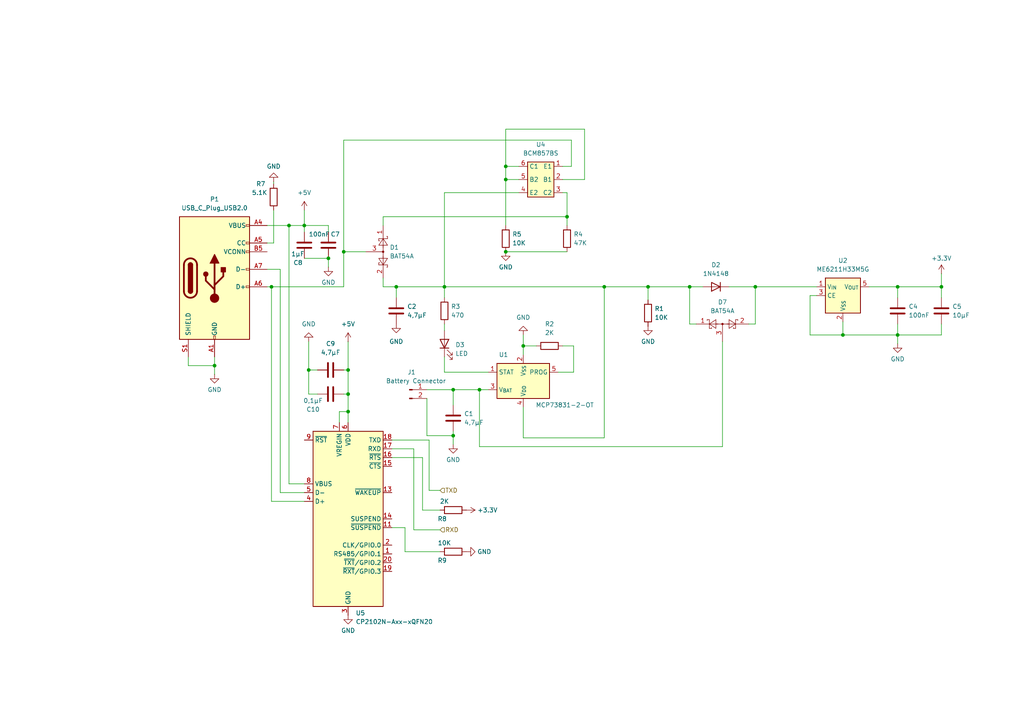
<source format=kicad_sch>
(kicad_sch (version 20231120) (generator "eeschema") (generator_version "8.0")
  (paper "A4")
  (lib_symbols
    (symbol "Battery_Management:MCP73831-2-OT"
      (property "Reference" "U" (at -7.62 6.35 0))
      (property "Value" "MCP73831-2-OT" (at 1.27 6.35 0))
      (symbol "MCP73831-2-OT_0_1"
        (rectangle (start -7.62 5.08) (end 7.62 -5.08) (stroke (width 0.254)) (fill (type background)))
      )
      (symbol "MCP73831-2-OT_1_1"
        (pin tri_state line (at 10.16 -2.54 180) (length 2.54) (name "STAT") (number "1"))
        (pin power_in line (at 0 -7.62 90) (length 2.54) (name "V_{SS}") (number "2"))
        (pin power_out line (at 10.16 2.54 180) (length 2.54) (name "V_{BAT}") (number "3"))
        (pin power_in line (at 0 7.62 270) (length 2.54) (name "V_{DD}") (number "4"))
        (pin input line (at -10.16 -2.54 0) (length 2.54) (name "PROG") (number "5"))
      )
    )
    (symbol "Connector:Conn_01x02_Pin" (pin_names (offset 1.016) hide)
      (property "Reference" "J" (at 0 2.54 0))
      (property "Value" "Conn_01x02_Pin" (at 0 -5.08 0))
      (symbol "Conn_01x02_Pin_1_1"
        (polyline (pts (xy 1.27 -2.54) (xy 0.8636 -2.54)) (stroke (width 0.1524)))
        (polyline (pts (xy 1.27 0) (xy 0.8636 0)) (stroke (width 0.1524)))
        (rectangle (start 0.8636 -2.413) (end 0 -2.667) (stroke (width 0.1524)) (fill (type outline)))
        (rectangle (start 0.8636 0.127) (end 0 -0.127) (stroke (width 0.1524)) (fill (type outline)))
        (pin passive line (at 5.08 0 180) (length 3.81) (name "Pin_1") (number "1"))
        (pin passive line (at 5.08 -2.54 180) (length 3.81) (name "Pin_2") (number "2"))
      )
    )
    (symbol "Connector:USB_C_Plug_USB2.0" (pin_names (offset 1.016))
      (property "Reference" "P" (at -10.16 19.05 0))
      (property "Value" "USB_C_Plug_USB2.0" (at 12.7 19.05 0))
      (symbol "USB_C_Plug_USB2.0_0_0"
        (rectangle (start -0.254 -17.78) (end 0.254 -16.764))
        (rectangle (start 10.16 -2.286) (end 9.144 -2.794))
        (rectangle (start 10.16 2.794) (end 9.144 2.286))
        (rectangle (start 10.16 7.874) (end 9.144 7.366))
        (rectangle (start 10.16 10.414) (end 9.144 9.906))
        (rectangle (start 10.16 15.494) (end 9.144 14.986))
      )
      (symbol "USB_C_Plug_USB2.0_0_1"
        (rectangle (start -10.16 17.78) (end 10.16 -17.78) (stroke (width 0.254)) (fill (type background)))
        (arc (start -8.89 -3.81) (mid -6.985 -5.7067) (end -5.08 -3.81) (stroke (width 0.508)))
        (arc (start -7.62 -3.81) (mid -6.985 -4.4423) (end -6.35 -3.81) (stroke (width 0.254)))
        (arc (start -7.62 -3.81) (mid -6.985 -4.4423) (end -6.35 -3.81) (stroke (width 0.254)) (fill (type outline)))
        (rectangle (start -7.62 -3.81) (end -6.35 3.81) (stroke (width 0.254)) (fill (type outline)))
        (arc (start -6.35 3.81) (mid -6.985 4.4423) (end -7.62 3.81) (stroke (width 0.254)))
        (arc (start -6.35 3.81) (mid -6.985 4.4423) (end -7.62 3.81) (stroke (width 0.254)) (fill (type outline)))
        (arc (start -5.08 3.81) (mid -6.985 5.7067) (end -8.89 3.81) (stroke (width 0.508)))
        (circle (center -2.54 1.143) (radius 0.635) (stroke (width 0.254)) (fill (type outline)))
        (circle (center 0 -5.842) (radius 1.27) (fill (type outline)))
        (polyline (pts (xy -8.89 -3.81) (xy -8.89 3.81)) (stroke (width 0.508)))
        (polyline (pts (xy -5.08 3.81) (xy -5.08 -3.81)) (stroke (width 0.508)))
        (polyline (pts (xy 0 -5.842) (xy 0 4.318)) (stroke (width 0.508)))
        (polyline (pts (xy 0 -3.302) (xy -2.54 -0.762) (xy -2.54 0.508)) (stroke (width 0.508)))
        (polyline (pts (xy 0 -2.032) (xy 2.54 0.508) (xy 2.54 1.778)) (stroke (width 0.508)))
        (polyline (pts (xy -1.27 4.318) (xy 0 6.858) (xy 1.27 4.318) (xy -1.27 4.318)) (stroke (width 0.254)) (fill (type outline)))
        (rectangle (start 1.905 1.778) (end 3.175 3.048) (stroke (width 0.254)) (fill (type outline)))
      )
      (symbol "USB_C_Plug_USB2.0_1_1"
        (pin passive line (at 0 -22.86 90) (length 5.08) (name "GND") (number "A1"))
        (pin passive line (at 0 -22.86 90) (length 5.08) hide (name "GND") (number "A12"))
        (pin passive line (at 15.24 15.24 180) (length 5.08) (name "VBUS") (number "A4"))
        (pin bidirectional line (at 15.24 10.16 180) (length 5.08) (name "CC") (number "A5"))
        (pin bidirectional line (at 15.24 -2.54 180) (length 5.08) (name "D+") (number "A6"))
        (pin bidirectional line (at 15.24 2.54 180) (length 5.08) (name "D-") (number "A7"))
        (pin passive line (at 15.24 15.24 180) (length 5.08) hide (name "VBUS") (number "A9"))
        (pin passive line (at 0 -22.86 90) (length 5.08) hide (name "GND") (number "B1"))
        (pin passive line (at 0 -22.86 90) (length 5.08) hide (name "GND") (number "B12"))
        (pin passive line (at 15.24 15.24 180) (length 5.08) hide (name "VBUS") (number "B4"))
        (pin bidirectional line (at 15.24 7.62 180) (length 5.08) (name "VCONN") (number "B5"))
        (pin passive line (at 15.24 15.24 180) (length 5.08) hide (name "VBUS") (number "B9"))
        (pin passive line (at -7.62 -22.86 90) (length 5.08) (name "SHIELD") (number "S1"))
      )
    )
    (symbol "Device:C" (pin_numbers hide) (pin_names (offset 0.254))
      (property "Reference" "C" (at 0.635 2.54 0))
      (property "Value" "C" (at 0.635 -2.54 0))
      (symbol "C_0_1"
        (polyline (pts (xy -2.032 -0.762) (xy 2.032 -0.762)) (stroke (width 0.508)))
        (polyline (pts (xy -2.032 0.762) (xy 2.032 0.762)) (stroke (width 0.508)))
      )
      (symbol "C_1_1"
        (pin passive line (at 0 3.81 270) (length 2.794) (name "~") (number "1"))
        (pin passive line (at 0 -3.81 90) (length 2.794) (name "~") (number "2"))
      )
    )
    (symbol "Device:LED" (pin_numbers hide) (pin_names (offset 1.016) hide)
      (property "Reference" "D" (at 0 2.54 0))
      (property "Value" "LED" (at 0 -2.54 0))
      (symbol "LED_0_1"
        (polyline (pts (xy -1.27 -1.27) (xy -1.27 1.27)) (stroke (width 0.254)))
        (polyline (pts (xy -1.27 0) (xy 1.27 0)))
        (polyline (pts (xy 1.27 -1.27) (xy 1.27 1.27) (xy -1.27 0) (xy 1.27 -1.27)) (stroke (width 0.254)))
        (polyline (pts (xy -3.048 -0.762) (xy -4.572 -2.286) (xy -3.81 -2.286) (xy -4.572 -2.286) (xy -4.572 -1.524)))
        (polyline (pts (xy -1.778 -0.762) (xy -3.302 -2.286) (xy -2.54 -2.286) (xy -3.302 -2.286) (xy -3.302 -1.524)))
      )
      (symbol "LED_1_1"
        (pin passive line (at -3.81 0 0) (length 2.54) (name "K") (number "1"))
        (pin passive line (at 3.81 0 180) (length 2.54) (name "A") (number "2"))
      )
    )
    (symbol "Device:R" (pin_numbers hide) (pin_names (offset 0))
      (property "Reference" "R" (at 2.032 0 90))
      (property "Value" "R" (at 0 0 90))
      (symbol "R_0_1"
        (rectangle (start -1.016 -2.54) (end 1.016 2.54) (stroke (width 0.254)))
      )
      (symbol "R_1_1"
        (pin passive line (at 0 3.81 270) (length 1.27) (name "~") (number "1"))
        (pin passive line (at 0 -3.81 90) (length 1.27) (name "~") (number "2"))
      )
    )
    (symbol "Diode:1N4148" (pin_numbers hide) (pin_names hide)
      (property "Reference" "D" (at 0 2.54 0))
      (property "Value" "1N4148" (at 0 -2.54 0))
      (symbol "1N4148_0_1"
        (polyline (pts (xy -1.27 1.27) (xy -1.27 -1.27)) (stroke (width 0.254)))
        (polyline (pts (xy 1.27 0) (xy -1.27 0)))
        (polyline (pts (xy 1.27 1.27) (xy 1.27 -1.27) (xy -1.27 0) (xy 1.27 1.27)) (stroke (width 0.254)))
      )
      (symbol "1N4148_1_1"
        (pin passive line (at -3.81 0 0) (length 2.54) (name "K") (number "1"))
        (pin passive line (at 3.81 0 180) (length 2.54) (name "A") (number "2"))
      )
    )
    (symbol "Diode:BAT54A" (pin_names (offset 1.016))
      (property "Reference" "D" (at 0.635 -3.81 0))
      (property "Value" "BAT54A" (at -6.35 3.175 0))
      (symbol "BAT54A_0_1"
        (polyline (pts (xy -4.445 1.27) (xy -4.445 1.016)))
        (polyline (pts (xy -3.81 -1.27) (xy -3.81 1.27)))
        (polyline (pts (xy -3.81 -1.27) (xy -3.175 -1.27)))
        (polyline (pts (xy -3.81 0) (xy -1.27 0)))
        (polyline (pts (xy -3.81 1.27) (xy -4.445 1.27)))
        (polyline (pts (xy -3.175 -1.27) (xy -3.175 -1.016)))
        (polyline (pts (xy -1.905 0) (xy 1.905 0)))
        (polyline (pts (xy 1.27 0) (xy 3.81 0)))
        (polyline (pts (xy 3.175 -1.27) (xy 3.175 -1.016)))
        (polyline (pts (xy 3.81 -1.27) (xy 3.175 -1.27)))
        (polyline (pts (xy 3.81 -1.27) (xy 3.81 1.27)))
        (polyline (pts (xy 3.81 1.27) (xy 4.445 1.27)))
        (polyline (pts (xy 4.445 1.27) (xy 4.445 1.016)))
        (polyline (pts (xy -1.905 1.27) (xy -1.905 -1.27) (xy -3.81 0) (xy -1.905 1.27)))
        (polyline (pts (xy 1.905 1.27) (xy 1.905 -1.27) (xy 3.81 0) (xy 1.905 1.27)))
        (circle (center 0 0) (radius 0.254) (fill (type outline)))
      )
      (symbol "BAT54A_1_1"
        (pin passive line (at -7.62 0 0) (length 3.81) (name "~") (number "1"))
        (pin passive line (at 7.62 0 180) (length 3.81) (name "~") (number "2"))
        (pin passive line (at 0 -5.08 90) (length 5.08) (name "~") (number "3"))
      )
    )
    (symbol "Interface_USB:CP2102N-Axx-xQFN20"
      (property "Reference" "U" (at -8.89 26.67 0))
      (property "Value" "CP2102N-Axx-xQFN20" (at 12.7 26.67 0))
      (symbol "CP2102N-Axx-xQFN20_0_1"
        (rectangle (start -10.16 25.4) (end 10.16 -25.4) (stroke (width 0.254)) (fill (type background)))
      )
      (symbol "CP2102N-Axx-xQFN20_1_1"
        (pin bidirectional line (at 12.7 -10.16 180) (length 2.54) (name "RS485/GPIO.1") (number "1"))
        (pin no_connect line (at -10.16 -22.86 0) (length 2.54) hide (name "NC") (number "10"))
        (pin output line (at 12.7 -2.54 180) (length 2.54) (name "~{SUSPEND}") (number "11"))
        (pin passive line (at 0 -27.94 90) (length 2.54) hide (name "GND") (number "12"))
        (pin input line (at 12.7 7.62 180) (length 2.54) (name "~{WAKEUP}") (number "13"))
        (pin output line (at 12.7 0 180) (length 2.54) (name "SUSPEND") (number "14"))
        (pin input line (at 12.7 15.24 180) (length 2.54) (name "~{CTS}") (number "15"))
        (pin output line (at 12.7 17.78 180) (length 2.54) (name "~{RTS}") (number "16"))
        (pin input line (at 12.7 20.32 180) (length 2.54) (name "RXD") (number "17"))
        (pin output line (at 12.7 22.86 180) (length 2.54) (name "TXD") (number "18"))
        (pin bidirectional line (at 12.7 -15.24 180) (length 2.54) (name "~{RXT}/GPIO.3") (number "19"))
        (pin bidirectional line (at 12.7 -7.62 180) (length 2.54) (name "CLK/GPIO.0") (number "2"))
        (pin bidirectional line (at 12.7 -12.7 180) (length 2.54) (name "~{TXT}/GPIO.2") (number "20"))
        (pin passive line (at 0 -27.94 90) (length 2.54) hide (name "GND") (number "21"))
        (pin power_in line (at 0 -27.94 90) (length 2.54) (name "GND") (number "3"))
        (pin bidirectional line (at -12.7 5.08 0) (length 2.54) (name "D+") (number "4"))
        (pin bidirectional line (at -12.7 7.62 0) (length 2.54) (name "D-") (number "5"))
        (pin power_in line (at 0 27.94 270) (length 2.54) (name "VDD") (number "6"))
        (pin power_in line (at -2.54 27.94 270) (length 2.54) (name "VREGIN") (number "7"))
        (pin input line (at -12.7 10.16 0) (length 2.54) (name "VBUS") (number "8"))
        (pin input line (at -12.7 22.86 0) (length 2.54) (name "~{RST}") (number "9"))
      )
    )
    (symbol "Regulator_Linear:ME6211C33M5"
      (property "Reference" "U" (at -4.572 6.35 0))
      (property "Value" "ME6211C33M5" (at 10.16 8.636 0))
      (symbol "ME6211C33M5_1_1"
        (rectangle (start -5.08 5.08) (end 5.08 -5.08) (stroke (width 0.254)) (fill (type background)))
        (pin power_in line (at -7.62 2.54 0) (length 2.54) (name "V_{IN}") (number "1"))
        (pin power_in line (at 0 -7.62 90) (length 2.54) (name "V_{SS}") (number "2"))
        (pin input line (at -7.62 0 0) (length 2.54) (name "CE") (number "3"))
        (pin no_connect line (at 5.08 0 180) (length 2.54) hide (name "NC") (number "4"))
        (pin power_out line (at 7.62 2.54 180) (length 2.54) (name "V_{OUT}") (number "5"))
      )
    )
    (symbol "esp32-clock:BCM857BS"
      (property "Reference" "U" (at -1.524 9.398 0))
      (property "Value" "BCM857BS" (at 0.254 6.858 0))
      (symbol "BCM857BS_0_1"
        (rectangle (start -3.81 5.08) (end 3.81 -5.08) (stroke (width 0.254)) (fill (type background)))
      )
      (symbol "BCM857BS_1_1"
        (pin output line (at 6.35 3.81 180) (length 2.54) (name "E1") (number "1"))
        (pin input line (at 6.35 0 180) (length 2.54) (name "B1") (number "2"))
        (pin input line (at 6.35 -3.81 180) (length 2.54) (name "C2") (number "3"))
        (pin output line (at -6.35 -3.81 0) (length 2.54) (name "E2") (number "4"))
        (pin input line (at -6.35 0 0) (length 2.54) (name "B2") (number "5"))
        (pin input line (at -6.35 3.81 0) (length 2.54) (name "C1") (number "6"))
      )
    )
    (symbol "power:+3.3V" (power) (pin_numbers hide) (pin_names (offset 0) hide)
      (property "Value" "+3.3V" (at 0 3.556 0))
      (symbol "+3.3V_0_1"
        (polyline (pts (xy -0.762 1.27) (xy 0 2.54)))
        (polyline (pts (xy 0 0) (xy 0 2.54)))
        (polyline (pts (xy 0 2.54) (xy 0.762 1.27)))
      )
      (symbol "+3.3V_1_1"
        (pin power_in line (at 0 0 90) (length 0) (name "~") (number "1"))
      )
    )
    (symbol "power:+5V" (power) (pin_numbers hide) (pin_names (offset 0) hide)
      (property "Value" "+5V" (at 0 3.556 0))
      (symbol "+5V_0_1"
        (polyline (pts (xy -0.762 1.27) (xy 0 2.54)))
        (polyline (pts (xy 0 0) (xy 0 2.54)))
        (polyline (pts (xy 0 2.54) (xy 0.762 1.27)))
      )
      (symbol "+5V_1_1"
        (pin power_in line (at 0 0 90) (length 0) (name "~") (number "1"))
      )
    )
    (symbol "power:GND" (power) (pin_numbers hide) (pin_names (offset 0) hide)
      (property "Value" "GND" (at 0 -3.81 0))
      (symbol "GND_0_1"
        (polyline (pts (xy 0 0) (xy 0 -1.27) (xy 1.27 -1.27) (xy 0 -2.54) (xy -1.27 -1.27) (xy 0 -1.27)))
      )
      (symbol "GND_1_1"
        (pin power_in line (at 0 0 270) (length 0) (name "~") (number "1"))
      )
    )
  )
  (junction (at 273.05 83.185))
  (junction (at 83.82 65.405))
  (junction (at 151.765 100.33))
  (junction (at 175.26 83.185))
  (junction (at 200.025 83.185))
  (junction (at 114.935 83.185))
  (junction (at 99.695 73.025))
  (junction (at 95.25 74.93))
  (junction (at 78.74 83.185))
  (junction (at 244.475 97.155))
  (junction (at 139.065 113.03))
  (junction (at 100.965 119.38))
  (junction (at 219.075 83.185))
  (junction (at 146.685 48.26))
  (junction (at 131.445 113.03))
  (junction (at 146.685 73.025))
  (junction (at 260.35 97.155))
  (junction (at 131.445 126.365))
  (junction (at 128.905 83.185))
  (junction (at 89.535 107.315))
  (junction (at 260.35 83.185))
  (junction (at 187.96 83.185))
  (junction (at 146.685 52.07))
  (junction (at 88.265 65.405))
  (junction (at 62.23 106.045))
  (junction (at 100.965 114.3))
  (junction (at 100.965 107.315))
  (junction (at 164.465 62.865))
  (wire (pts (xy 99.695 114.3) (xy 100.965 114.3)))
  (wire (pts (xy 146.685 52.07) (xy 150.495 52.07)))
  (wire (pts (xy 131.445 113.03) (xy 139.065 113.03)))
  (wire (pts (xy 260.35 83.185) (xy 273.05 83.185)))
  (wire (pts (xy 88.265 142.875) (xy 81.28 142.875)))
  (wire (pts (xy 111.125 83.185) (xy 111.125 80.645)))
  (wire (pts (xy 131.445 126.365) (xy 131.445 125.095)))
  (wire (pts (xy 163.195 52.07) (xy 169.545 52.07)))
  (wire (pts (xy 95.25 74.93) (xy 95.25 77.47)))
  (wire (pts (xy 99.695 73.025) (xy 99.695 83.185)))
  (wire (pts (xy 201.93 93.98) (xy 200.025 93.98)))
  (wire (pts (xy 99.695 107.315) (xy 100.965 107.315)))
  (wire (pts (xy 88.265 60.96) (xy 88.265 65.405)))
  (wire (pts (xy 89.535 107.315) (xy 89.535 114.3)))
  (wire (pts (xy 114.935 83.185) (xy 128.905 83.185)))
  (wire (pts (xy 54.61 106.045) (xy 62.23 106.045)))
  (wire (pts (xy 89.535 107.315) (xy 92.075 107.315)))
  (wire (pts (xy 146.685 52.07) (xy 146.685 65.405)))
  (wire (pts (xy 88.265 74.93) (xy 95.25 74.93)))
  (wire (pts (xy 123.825 113.03) (xy 131.445 113.03)))
  (wire (pts (xy 139.065 113.03) (xy 141.605 113.03)))
  (wire (pts (xy 98.425 119.38) (xy 100.965 119.38)))
  (wire (pts (xy 150.495 48.26) (xy 146.685 48.26)))
  (wire (pts (xy 120.015 130.175) (xy 120.015 153.67)))
  (wire (pts (xy 273.05 97.155) (xy 273.05 93.98)))
  (wire (pts (xy 83.82 140.335) (xy 88.265 140.335)))
  (wire (pts (xy 273.05 83.185) (xy 273.05 86.36)))
  (wire (pts (xy 234.95 85.725) (xy 234.95 97.155)))
  (wire (pts (xy 117.475 153.035) (xy 117.475 160.02)))
  (wire (pts (xy 166.37 107.95) (xy 161.925 107.95)))
  (wire (pts (xy 146.685 48.26) (xy 146.685 52.07)))
  (wire (pts (xy 260.35 99.695) (xy 260.35 97.155)))
  (wire (pts (xy 100.965 119.38) (xy 100.965 122.555)))
  (wire (pts (xy 139.065 113.03) (xy 139.065 129.54)))
  (wire (pts (xy 131.445 128.905) (xy 131.445 126.365)))
  (wire (pts (xy 150.495 55.88) (xy 128.905 55.88)))
  (wire (pts (xy 151.765 100.33) (xy 151.765 102.87)))
  (wire (pts (xy 146.685 37.465) (xy 146.685 48.26)))
  (wire (pts (xy 175.26 83.185) (xy 187.96 83.185)))
  (wire (pts (xy 79.375 52.705) (xy 79.375 53.34)))
  (wire (pts (xy 62.23 103.505) (xy 62.23 106.045)))
  (wire (pts (xy 166.37 100.33) (xy 166.37 107.95)))
  (wire (pts (xy 95.25 65.405) (xy 88.265 65.405)))
  (wire (pts (xy 165.735 40.64) (xy 99.695 40.64)))
  (wire (pts (xy 131.445 126.365) (xy 123.825 126.365)))
  (wire (pts (xy 209.55 99.06) (xy 209.55 129.54)))
  (wire (pts (xy 99.695 40.64) (xy 99.695 73.025)))
  (wire (pts (xy 128.905 93.98) (xy 128.905 95.885)))
  (wire (pts (xy 111.125 62.865) (xy 164.465 62.865)))
  (wire (pts (xy 151.765 127) (xy 175.26 127)))
  (wire (pts (xy 187.96 83.185) (xy 187.96 86.995)))
  (wire (pts (xy 78.74 145.415) (xy 78.74 83.185)))
  (wire (pts (xy 200.025 83.185) (xy 203.835 83.185)))
  (wire (pts (xy 164.465 55.88) (xy 164.465 62.865)))
  (wire (pts (xy 139.065 129.54) (xy 209.55 129.54)))
  (wire (pts (xy 89.535 114.3) (xy 92.075 114.3)))
  (wire (pts (xy 114.935 83.185) (xy 114.935 86.36)))
  (wire (pts (xy 151.765 100.33) (xy 155.575 100.33)))
  (wire (pts (xy 124.46 127.635) (xy 124.46 142.24)))
  (wire (pts (xy 77.47 65.405) (xy 83.82 65.405)))
  (wire (pts (xy 122.555 132.715) (xy 122.555 147.955)))
  (wire (pts (xy 217.17 93.98) (xy 219.075 93.98)))
  (wire (pts (xy 128.905 107.95) (xy 128.905 103.505)))
  (wire (pts (xy 128.905 83.185) (xy 128.905 86.36)))
  (wire (pts (xy 146.685 73.025) (xy 164.465 73.025)))
  (wire (pts (xy 169.545 52.07) (xy 169.545 37.465)))
  (wire (pts (xy 128.905 55.88) (xy 128.905 83.185)))
  (wire (pts (xy 163.195 100.33) (xy 166.37 100.33)))
  (wire (pts (xy 131.445 113.03) (xy 131.445 117.475)))
  (wire (pts (xy 163.195 48.26) (xy 165.735 48.26)))
  (wire (pts (xy 113.665 130.175) (xy 120.015 130.175)))
  (wire (pts (xy 77.47 70.485) (xy 79.375 70.485)))
  (wire (pts (xy 260.35 93.98) (xy 260.35 97.155)))
  (wire (pts (xy 141.605 107.95) (xy 128.905 107.95)))
  (wire (pts (xy 113.665 127.635) (xy 124.46 127.635)))
  (wire (pts (xy 117.475 160.02) (xy 127.635 160.02)))
  (wire (pts (xy 98.425 122.555) (xy 98.425 119.38)))
  (wire (pts (xy 260.35 97.155) (xy 273.05 97.155)))
  (wire (pts (xy 88.265 145.415) (xy 78.74 145.415)))
  (wire (pts (xy 244.475 93.345) (xy 244.475 97.155)))
  (wire (pts (xy 122.555 147.955) (xy 127.635 147.955)))
  (wire (pts (xy 164.465 62.865) (xy 164.465 65.405)))
  (wire (pts (xy 163.195 55.88) (xy 164.465 55.88)))
  (wire (pts (xy 200.025 83.185) (xy 200.025 93.98)))
  (wire (pts (xy 252.095 83.185) (xy 260.35 83.185)))
  (wire (pts (xy 151.765 118.11) (xy 151.765 127)))
  (wire (pts (xy 81.28 78.105) (xy 77.47 78.105)))
  (wire (pts (xy 151.765 97.155) (xy 151.765 100.33)))
  (wire (pts (xy 236.855 85.725) (xy 234.95 85.725)))
  (wire (pts (xy 120.015 153.67) (xy 127.635 153.67)))
  (wire (pts (xy 99.695 73.025) (xy 106.045 73.025)))
  (wire (pts (xy 113.665 153.035) (xy 117.475 153.035)))
  (wire (pts (xy 175.26 83.185) (xy 128.905 83.185)))
  (wire (pts (xy 219.075 83.185) (xy 219.075 93.98)))
  (wire (pts (xy 260.35 83.185) (xy 260.35 86.36)))
  (wire (pts (xy 88.265 65.405) (xy 88.265 67.31)))
  (wire (pts (xy 187.96 83.185) (xy 200.025 83.185)))
  (wire (pts (xy 211.455 83.185) (xy 219.075 83.185)))
  (wire (pts (xy 77.47 83.185) (xy 78.74 83.185)))
  (wire (pts (xy 62.23 106.045) (xy 62.23 108.585)))
  (wire (pts (xy 273.05 79.375) (xy 273.05 83.185)))
  (wire (pts (xy 165.735 48.26) (xy 165.735 40.64)))
  (wire (pts (xy 95.25 65.405) (xy 95.25 67.31)))
  (wire (pts (xy 123.825 126.365) (xy 123.825 115.57)))
  (wire (pts (xy 81.28 142.875) (xy 81.28 78.105)))
  (wire (pts (xy 89.535 99.06) (xy 89.535 107.315)))
  (wire (pts (xy 100.965 114.3) (xy 100.965 119.38)))
  (wire (pts (xy 111.125 62.865) (xy 111.125 65.405)))
  (wire (pts (xy 54.61 103.505) (xy 54.61 106.045)))
  (wire (pts (xy 79.375 70.485) (xy 79.375 60.96)))
  (wire (pts (xy 175.26 127) (xy 175.26 83.185)))
  (wire (pts (xy 100.965 107.315) (xy 100.965 114.3)))
  (wire (pts (xy 234.95 97.155) (xy 244.475 97.155)))
  (wire (pts (xy 219.075 83.185) (xy 236.855 83.185)))
  (wire (pts (xy 100.965 99.06) (xy 100.965 107.315)))
  (wire (pts (xy 244.475 97.155) (xy 260.35 97.155)))
  (wire (pts (xy 113.665 132.715) (xy 122.555 132.715)))
  (wire (pts (xy 124.46 142.24) (xy 127.635 142.24)))
  (wire (pts (xy 83.82 65.405) (xy 83.82 140.335)))
  (wire (pts (xy 83.82 65.405) (xy 88.265 65.405)))
  (wire (pts (xy 78.74 83.185) (xy 99.695 83.185)))
  (wire (pts (xy 169.545 37.465) (xy 146.685 37.465)))
  (wire (pts (xy 111.125 83.185) (xy 114.935 83.185)))
  (hierarchical_label "TXD" (shape input) (at 127.635 142.24 0))
  (hierarchical_label "RXD" (shape input) (at 127.635 153.67 0))
  (symbol (lib_id "power:GND") (at 260.35 99.695 0) (unit 1)
    (property "Reference" "#PWR08" (effects (hide yes)))
    (property "Value" "GND" (at 260.35 104.14 0))
    (property "Description" "Power symbol creates a global label with name \"GND\" , ground" (effects (hide yes)))
  )
  (symbol (lib_id "power:GND") (at 187.96 94.615 0) (unit 1)
    (property "Reference" "#PWR06" (effects (hide yes)))
    (property "Value" "GND" (at 187.96 99.06 0))
    (property "Description" "Power symbol creates a global label with name \"GND\" , ground" (effects (hide yes)))
  )
  (symbol (lib_id "power:GND") (at 151.765 97.155 180) (unit 1)
    (property "Reference" "#PWR03" (effects (hide yes)))
    (property "Value" "GND" (at 151.765 92.075 0))
    (property "Description" "Power symbol creates a global label with name \"GND\" , ground" (effects (hide yes)))
  )
  (symbol (lib_id "Device:C") (at 114.935 90.17 0) (unit 1)
    (property "Reference" "C2" (at 118.11 88.8999 0) (effects (justify left)))
    (property "Value" "4,7µF" (at 118.11 91.4399 0) (effects (justify left)))
    (property "Footprint" "Capacitor_SMD:C_0201_0603Metric" (effects (hide yes)))
    (property "Description" "Unpolarized capacitor" (effects (hide yes)))
  )
  (symbol (lib_id "Device:R") (at 79.375 57.15 0) (unit 1)
    (property "Reference" "R7" (at 74.295 53.34 0) (effects (justify left)))
    (property "Value" "5.1K" (at 73.025 55.88 0) (effects (justify left)))
    (property "Footprint" "Resistor_SMD:R_0201_0603Metric" (effects (hide yes)))
    (property "Description" "Resistor" (effects (hide yes)))
  )
  (symbol (lib_id "Device:R") (at 131.445 160.02 90) (unit 1)
    (property "Reference" "R9" (at 128.27 162.56 90))
    (property "Value" "10K" (at 128.905 157.48 90))
    (property "Footprint" "Resistor_SMD:R_0201_0603Metric" (effects (hide yes)))
    (property "Description" "Resistor" (effects (hide yes)))
  )
  (symbol (lib_id "Battery_Management:MCP73831-2-OT") (at 151.765 110.49 180) (unit 1)
    (property "Reference" "U1" (at 146.05 102.87 0))
    (property "Value" "MCP73831-2-OT" (at 163.83 117.475 0))
    (property "Footprint" "Package_TO_SOT_SMD:SOT-23-5" (effects (hide yes)))
    (property "Datasheet" "http://ww1.microchip.com/downloads/en/DeviceDoc/20001984g.pdf" (effects (hide yes)))
    (property "Description" "Single cell, Li-Ion/Li-Po charge management controller, 4.20V, Tri-State Status Output, in SOT23-5 package" (effects (hide yes)))
  )
  (symbol (lib_id "Interface_USB:CP2102N-Axx-xQFN20") (at 100.965 150.495 0) (unit 1)
    (property "Reference" "U5" (at 103.1591 177.8 0) (effects (justify left)))
    (property "Value" "CP2102N-Axx-xQFN20" (at 103.1591 180.34 0) (effects (justify left)))
    (property "Footprint" "Package_DFN_QFN:QFN-20-1EP_3x3mm_P0.45mm_EP1.6x1.6mm" (effects (hide yes)))
    (property "Datasheet" "https://www.silabs.com/documents/public/data-sheets/cp2102n-datasheet.pdf" (effects (hide yes)))
    (property "Description" "USB to UART master bridge, QFN-20" (effects (hide yes)))
  )
  (symbol (lib_id "power:GND") (at 95.25 77.47 0) (unit 1)
    (property "Reference" "#PWR017" (effects (hide yes)))
    (property "Value" "GND" (at 95.25 81.915 0))
    (property "Description" "Power symbol creates a global label with name \"GND\" , ground" (effects (hide yes)))
  )
  (symbol (lib_id "Device:C") (at 95.25 71.12 0) (unit 1)
    (property "Reference" "C7" (at 95.885 67.945 0) (effects (justify left)))
    (property "Value" "100nF" (at 89.535 67.945 0) (effects (justify left)))
    (property "Footprint" "Capacitor_SMD:C_0201_0603Metric" (effects (hide yes)))
    (property "Description" "Unpolarized capacitor" (effects (hide yes)))
  )
  (symbol (lib_id "power:GND") (at 114.935 93.98 0) (unit 1)
    (property "Reference" "#PWR05" (effects (hide yes)))
    (property "Value" "GND" (at 114.935 99.06 0))
    (property "Description" "Power symbol creates a global label with name \"GND\" , ground" (effects (hide yes)))
  )
  (symbol (lib_id "power:GND") (at 131.445 128.905 0) (unit 1)
    (property "Reference" "#PWR04" (effects (hide yes)))
    (property "Value" "GND" (at 131.445 133.35 0))
    (property "Description" "Power symbol creates a global label with name \"GND\" , ground" (effects (hide yes)))
  )
  (symbol (lib_id "Device:R") (at 159.385 100.33 90) (unit 1)
    (property "Reference" "R2" (at 159.385 93.98 90))
    (property "Value" "2K" (at 159.385 96.52 90))
    (property "Footprint" "Resistor_SMD:R_0201_0603Metric" (effects (hide yes)))
    (property "Description" "Resistor" (effects (hide yes)))
  )
  (symbol (lib_id "Device:C") (at 260.35 90.17 0) (unit 1)
    (property "Reference" "C4" (at 263.525 88.8999 0) (effects (justify left)))
    (property "Value" "100nF" (at 263.525 91.4399 0) (effects (justify left)))
    (property "Footprint" "Capacitor_SMD:C_0201_0603Metric" (effects (hide yes)))
    (property "Description" "Unpolarized capacitor" (effects (hide yes)))
  )
  (symbol (lib_id "Device:C") (at 95.885 107.315 90) (unit 1)
    (property "Reference" "C9" (at 95.885 99.695 90))
    (property "Value" "4,7µF" (at 95.885 102.235 90))
    (property "Footprint" "Capacitor_SMD:C_0201_0603Metric" (effects (hide yes)))
    (property "Description" "Unpolarized capacitor" (effects (hide yes)))
  )
  (symbol (lib_id "Diode:BAT54A") (at 209.55 93.98 0) (unit 1)
    (property "Reference" "D7" (at 209.55 87.63 0))
    (property "Value" "BAT54A" (at 209.55 90.17 0))
    (property "Footprint" "Package_TO_SOT_SMD:SOT-23" (effects (hide yes)))
    (property "Datasheet" "http://www.diodes.com/_files/datasheets/ds11005.pdf" (effects (hide yes)))
    (property "Description" "schottky barrier diode" (effects (hide yes)))
  )
  (symbol (lib_id "power:+5V") (at 100.965 99.06 0) (unit 1)
    (property "Reference" "#PWR022" (effects (hide yes)))
    (property "Value" "+5V" (at 100.965 93.98 0))
    (property "Description" "Power symbol creates a global label with name \"+5V\"" (effects (hide yes)))
  )
  (symbol (lib_id "Diode:BAT54A") (at 111.125 73.025 270) (unit 1)
    (property "Reference" "D1" (at 113.03 71.7549 90) (effects (justify left)))
    (property "Value" "BAT54A" (at 113.03 74.2949 90) (effects (justify left)))
    (property "Footprint" "Package_TO_SOT_SMD:SOT-23" (effects (hide yes)))
    (property "Datasheet" "http://www.diodes.com/_files/datasheets/ds11005.pdf" (effects (hide yes)))
    (property "Description" "schottky barrier diode" (effects (hide yes)))
  )
  (symbol (lib_id "power:+5V") (at 88.265 60.96 0) (unit 1)
    (property "Reference" "#PWR016" (effects (hide yes)))
    (property "Value" "+5V" (at 88.265 55.88 0))
    (property "Description" "Power symbol creates a global label with name \"+5V\"" (effects (hide yes)))
  )
  (symbol (lib_id "Device:R") (at 187.96 90.805 0) (unit 1)
    (property "Reference" "R1" (at 189.865 89.5349 0) (effects (justify left)))
    (property "Value" "10K" (at 189.865 92.0749 0) (effects (justify left)))
    (property "Footprint" "Resistor_SMD:R_0201_0603Metric" (effects (hide yes)))
    (property "Description" "Resistor" (effects (hide yes)))
  )
  (symbol (lib_id "Device:R") (at 131.445 147.955 90) (unit 1)
    (property "Reference" "R8" (at 128.27 150.495 90))
    (property "Value" "2K" (at 128.905 145.415 90))
    (property "Footprint" "Resistor_SMD:R_0201_0603Metric" (effects (hide yes)))
    (property "Description" "Resistor" (effects (hide yes)))
  )
  (symbol (lib_id "Device:R") (at 128.905 90.17 0) (unit 1)
    (property "Reference" "R3" (at 130.81 88.8999 0) (effects (justify left)))
    (property "Value" "470" (at 130.81 91.4399 0) (effects (justify left)))
    (property "Footprint" "Resistor_SMD:R_0201_0603Metric" (effects (hide yes)))
    (property "Description" "Resistor" (effects (hide yes)))
  )
  (symbol (lib_id "Device:C") (at 131.445 121.285 0) (unit 1)
    (property "Reference" "C1" (at 134.62 120.0149 0) (effects (justify left)))
    (property "Value" "4,7µF" (at 134.62 122.5549 0) (effects (justify left)))
    (property "Footprint" "Capacitor_SMD:C_0201_0603Metric" (effects (hide yes)))
    (property "Description" "Unpolarized capacitor" (effects (hide yes)))
  )
  (symbol (lib_id "power:GND") (at 100.965 178.435 0) (unit 1)
    (property "Reference" "#PWR014" (effects (hide yes)))
    (property "Value" "GND" (at 100.965 182.88 0))
    (property "Description" "Power symbol creates a global label with name \"GND\" , ground" (effects (hide yes)))
  )
  (symbol (lib_id "Device:C") (at 273.05 90.17 0) (unit 1)
    (property "Reference" "C5" (at 276.225 88.8999 0) (effects (justify left)))
    (property "Value" "10µF" (at 276.225 91.4399 0) (effects (justify left)))
    (property "Footprint" "Capacitor_SMD:C_0201_0603Metric" (effects (hide yes)))
    (property "Description" "Unpolarized capacitor" (effects (hide yes)))
  )
  (symbol (lib_id "Diode:1N4148") (at 207.645 83.185 180) (unit 1)
    (property "Reference" "D2" (at 207.645 76.835 0))
    (property "Value" "1N4148" (at 207.645 79.375 0))
    (property "Footprint" "Diode_THT:D_DO-35_SOD27_P7.62mm_Horizontal" (effects (hide yes)))
    (property "Datasheet" "https://assets.nexperia.com/documents/data-sheet/1N4148_1N4448.pdf" (effects (hide yes)))
    (property "Description" "100V 0.15A standard switching diode, DO-35" (effects (hide yes)))
    (property "Sim.Device" "D" (effects (hide yes)))
    (property "Sim.Pins" "1=K 2=A" (effects (hide yes)))
  )
  (symbol (lib_id "Device:R") (at 146.685 69.215 0) (unit 1)
    (property "Reference" "R5" (at 148.59 67.9449 0) (effects (justify left)))
    (property "Value" "10K" (at 148.59 70.4849 0) (effects (justify left)))
    (property "Footprint" "Resistor_SMD:R_0201_0603Metric" (effects (hide yes)))
    (property "Description" "Resistor" (effects (hide yes)))
  )
  (symbol (lib_id "power:GND") (at 62.23 108.585 0) (unit 1)
    (property "Reference" "#PWR01" (effects (hide yes)))
    (property "Value" "GND" (at 62.23 113.03 0))
    (property "Description" "Power symbol creates a global label with name \"GND\" , ground" (effects (hide yes)))
  )
  (symbol (lib_id "power:GND") (at 135.255 160.02 90) (unit 1)
    (property "Reference" "#PWR021" (effects (hide yes)))
    (property "Value" "GND" (at 138.43 160.0199 90) (effects (justify right)))
    (property "Description" "Power symbol creates a global label with name \"GND\" , ground" (effects (hide yes)))
  )
  (symbol (lib_id "Connector:USB_C_Plug_USB2.0") (at 62.23 80.645 0) (unit 1)
    (property "Reference" "P1" (at 62.23 57.785 0))
    (property "Value" "USB_C_Plug_USB2.0" (at 62.23 60.325 0))
    (property "Footprint" "Connector_USB:USB_C_Receptacle_GCT_USB4135-GF-A_6P_TopMnt_Horizontal" (effects (hide yes)))
    (property "Datasheet" "https://www.usb.org/sites/default/files/documents/usb_type-c.zip" (effects (hide yes)))
    (property "Description" "USB 2.0-only Type-C Plug connector" (effects (hide yes)))
  )
  (symbol (lib_id "power:GND") (at 146.685 73.025 0) (unit 1)
    (property "Reference" "#PWR02" (effects (hide yes)))
    (property "Value" "GND" (at 146.685 77.47 0))
    (property "Description" "Power symbol creates a global label with name \"GND\" , ground" (effects (hide yes)))
  )
  (symbol (lib_id "power:GND") (at 89.535 99.06 180) (unit 1)
    (property "Reference" "#PWR018" (effects (hide yes)))
    (property "Value" "GND" (at 89.535 93.98 0))
    (property "Description" "Power symbol creates a global label with name \"GND\" , ground" (effects (hide yes)))
  )
  (symbol (lib_id "Device:R") (at 164.465 69.215 0) (unit 1)
    (property "Reference" "R4" (at 166.37 67.9449 0) (effects (justify left)))
    (property "Value" "47K" (at 166.37 70.4849 0) (effects (justify left)))
    (property "Footprint" "Resistor_SMD:R_0201_0603Metric" (effects (hide yes)))
    (property "Description" "Resistor" (effects (hide yes)))
  )
  (symbol (lib_id "Regulator_Linear:ME6211C33M5") (at 244.475 85.725 0) (unit 1)
    (property "Reference" "U2" (at 244.475 75.565 0))
    (property "Value" "ME6211H33M5G" (at 244.475 78.105 0))
    (property "Footprint" "Package_TO_SOT_SMD:SOT-23-5" (effects (hide yes)))
    (property "Datasheet" "https://www.lcsc.com/datasheet/lcsc_datasheet_2304140030_MICRONE-Nanjing-Micro-One-Elec-ME6211C33R5G_C235316.pdf" (effects (hide yes)))
    (property "Description" "500mA low dropout linear regulator, shutdown pin, 6.5V max input voltage, 3.3V fixed positive output, SOT-23-5" (effects (hide yes)))
  )
  (symbol (lib_id "Device:LED") (at 128.905 99.695 90) (unit 1)
    (property "Reference" "D3" (at 132.08 100.0124 90) (effects (justify right)))
    (property "Value" "LED" (at 132.08 102.5524 90) (effects (justify right)))
    (property "Footprint" "LED_SMD:LED_PLCC-2_3.4x3.0mm_AK" (effects (hide yes)))
    (property "Description" "Light emitting diode" (effects (hide yes)))
  )
  (symbol (lib_id "power:+3.3V") (at 273.05 79.375 0) (unit 1)
    (property "Reference" "#PWR07" (effects (hide yes)))
    (property "Value" "+3.3V" (at 273.05 74.93 0))
    (property "Description" "Power symbol creates a global label with name \"+3.3V\"" (effects (hide yes)))
  )
  (symbol (lib_id "Connector:Conn_01x02_Pin") (at 118.745 113.03 0) (unit 1)
    (property "Reference" "J1" (at 119.38 107.95 0))
    (property "Value" "Battery Connector" (at 120.65 110.49 0))
    (property "Footprint" "Connector:JWT_A3963_1x02_P3.96mm_Vertical" (effects (hide yes)))
    (property "Description" "Generic connector, single row, 01x02, script generated" (effects (hide yes)))
  )
  (symbol (lib_id "esp32-clock:BCM857BS") (at 156.845 52.07 0) (unit 1)
    (property "Reference" "U4" (at 156.845 41.91 0))
    (property "Value" "BCM857BS" (at 156.845 44.45 0))
    (property "Footprint" "libs:SOT363" (effects (hide yes)))
  )
  (symbol (lib_id "power:+3.3V") (at 135.255 147.955 270) (unit 1)
    (property "Reference" "#PWR020" (effects (hide yes)))
    (property "Value" "+3.3V" (at 138.43 147.9549 90) (effects (justify left)))
    (property "Description" "Power symbol creates a global label with name \"+3.3V\"" (effects (hide yes)))
  )
  (symbol (lib_id "Device:C") (at 95.885 114.3 90) (unit 1)
    (property "Reference" "C10" (at 90.805 118.745 90))
    (property "Value" "0,1µF" (at 90.805 116.205 90))
    (property "Footprint" "Capacitor_SMD:C_0201_0603Metric" (effects (hide yes)))
    (property "Description" "Unpolarized capacitor" (effects (hide yes)))
  )
  (symbol (lib_id "power:GND") (at 79.375 52.705 180) (unit 1)
    (property "Reference" "#PWR015" (effects (hide yes)))
    (property "Value" "GND" (at 79.375 48.26 0))
    (property "Description" "Power symbol creates a global label with name \"GND\" , ground" (effects (hide yes)))
  )
  (symbol (lib_id "Device:C") (at 88.265 71.12 0) (unit 1)
    (property "Reference" "C8" (at 85.09 76.2 0) (effects (justify left)))
    (property "Value" "1µF" (at 84.455 73.66 0) (effects (justify left)))
    (property "Footprint" "Capacitor_SMD:C_0201_0603Metric" (effects (hide yes)))
    (property "Description" "Unpolarized capacitor" (effects (hide yes)))
  )
)
</source>
